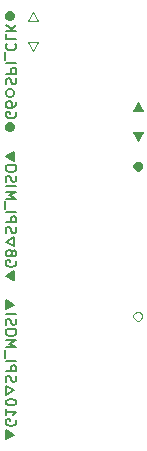
<source format=gbr>
%TF.GenerationSoftware,KiCad,Pcbnew,8.0.9-1.fc41*%
%TF.CreationDate,2025-08-14T11:22:58-07:00*%
%TF.ProjectId,adapter,61646170-7465-4722-9e6b-696361645f70,1.0*%
%TF.SameCoordinates,Original*%
%TF.FileFunction,Legend,Bot*%
%TF.FilePolarity,Positive*%
%FSLAX46Y46*%
G04 Gerber Fmt 4.6, Leading zero omitted, Abs format (unit mm)*
G04 Created by KiCad (PCBNEW 8.0.9-1.fc41) date 2025-08-14 11:22:58*
%MOMM*%
%LPD*%
G01*
G04 APERTURE LIST*
%ADD10C,0.100000*%
%ADD11C,0.200000*%
G04 APERTURE END LIST*
D10*
X139605000Y-110217419D02*
X139176429Y-109455514D01*
X139176429Y-109455514D02*
X140033572Y-109455514D01*
X140033572Y-109455514D02*
X139605000Y-110217419D01*
X139605000Y-106915514D02*
X140033572Y-107677419D01*
X140033572Y-107677419D02*
X139176429Y-107677419D01*
X139176429Y-107677419D02*
X139605000Y-106915514D01*
X148399762Y-132315514D02*
X148590238Y-132315514D01*
X148590238Y-132315514D02*
X148780714Y-132410752D01*
X148780714Y-132410752D02*
X148875953Y-132601228D01*
X148875953Y-132601228D02*
X148875953Y-132791704D01*
X148875953Y-132791704D02*
X148780714Y-132982180D01*
X148780714Y-132982180D02*
X148590238Y-133077419D01*
X148590238Y-133077419D02*
X148399762Y-133077419D01*
X148399762Y-133077419D02*
X148209286Y-132982180D01*
X148209286Y-132982180D02*
X148114048Y-132791704D01*
X148114048Y-132791704D02*
X148114048Y-132601228D01*
X148114048Y-132601228D02*
X148209286Y-132410752D01*
X148209286Y-132410752D02*
X148399762Y-132315514D01*
X148161667Y-119805990D02*
X148161667Y-120186942D01*
X148209286Y-120234561D02*
X148399762Y-120377419D01*
X148209286Y-119758371D02*
X148399762Y-119615514D01*
X148209286Y-119710752D02*
X148209286Y-120282180D01*
X148256905Y-120282180D02*
X148256905Y-119710752D01*
X148304524Y-119663133D02*
X148304524Y-120329800D01*
X148352143Y-120329800D02*
X148352143Y-119663133D01*
X148399762Y-119615514D02*
X148399762Y-120377419D01*
X148447381Y-120377419D02*
X148447381Y-119615514D01*
X148495000Y-119615514D02*
X148495000Y-120377419D01*
X148542619Y-120377419D02*
X148542619Y-119615514D01*
X148590238Y-120377419D02*
X148780714Y-120234561D01*
X148590238Y-119615514D02*
X148590238Y-120377419D01*
X148590238Y-119615514D02*
X148780714Y-119758371D01*
X148637857Y-120329800D02*
X148637857Y-119663133D01*
X148685476Y-119663133D02*
X148685476Y-120329800D01*
X148733095Y-120282180D02*
X148733095Y-119710752D01*
X148780714Y-119710752D02*
X148780714Y-120282180D01*
X148828333Y-120186942D02*
X148828333Y-119805990D01*
X148399762Y-119615514D02*
X148590238Y-119615514D01*
X148590238Y-119615514D02*
X148780714Y-119710752D01*
X148780714Y-119710752D02*
X148875953Y-119901228D01*
X148875953Y-119901228D02*
X148875953Y-120091704D01*
X148875953Y-120091704D02*
X148780714Y-120282180D01*
X148780714Y-120282180D02*
X148590238Y-120377419D01*
X148590238Y-120377419D02*
X148399762Y-120377419D01*
X148399762Y-120377419D02*
X148209286Y-120282180D01*
X148209286Y-120282180D02*
X148114048Y-120091704D01*
X148114048Y-120091704D02*
X148114048Y-119901228D01*
X148114048Y-119901228D02*
X148209286Y-119710752D01*
X148209286Y-119710752D02*
X148399762Y-119615514D01*
X148875953Y-117123133D02*
X148875953Y-117075514D01*
X148828333Y-117218371D02*
X148828333Y-117075514D01*
X148780714Y-117313609D02*
X148780714Y-117075514D01*
X148733095Y-117408847D02*
X148733095Y-117075514D01*
X148685476Y-117456466D02*
X148685476Y-117075514D01*
X148637857Y-117551704D02*
X148637857Y-117075514D01*
X148590238Y-117646942D02*
X148590238Y-117075514D01*
X148542619Y-117742180D02*
X148542619Y-117075514D01*
X148495000Y-117837419D02*
X148495000Y-117075514D01*
X148447381Y-117742180D02*
X148447381Y-117075514D01*
X148399762Y-117646942D02*
X148399762Y-117075514D01*
X148352143Y-117551704D02*
X148352143Y-117075514D01*
X148304524Y-117456466D02*
X148304524Y-117075514D01*
X148256905Y-117408847D02*
X148256905Y-117075514D01*
X148209286Y-117313609D02*
X148209286Y-117075514D01*
X148161667Y-117218371D02*
X148161667Y-117075514D01*
X148114048Y-117075514D02*
X148495000Y-117789800D01*
X148495000Y-117789800D02*
X148875953Y-117075514D01*
X148114048Y-117123133D02*
X148114048Y-117075514D01*
X148495000Y-117837419D02*
X148066429Y-117075514D01*
X148066429Y-117075514D02*
X148923572Y-117075514D01*
X148923572Y-117075514D02*
X148495000Y-117837419D01*
D11*
X137336900Y-143064284D02*
X137294042Y-143064284D01*
X137422614Y-143021427D02*
X137294042Y-143021427D01*
X137508328Y-142978570D02*
X137294042Y-142978570D01*
X137594042Y-142935712D02*
X137294042Y-142935712D01*
X137636900Y-142892855D02*
X137294042Y-142892855D01*
X137722614Y-142849998D02*
X137294042Y-142849998D01*
X137808328Y-142807141D02*
X137294042Y-142807141D01*
X137894042Y-142764284D02*
X137294042Y-142764284D01*
X137979757Y-142721427D02*
X137294042Y-142721427D01*
X137894042Y-142678570D02*
X137294042Y-142678570D01*
X137808328Y-142635712D02*
X137294042Y-142635712D01*
X137722614Y-142592855D02*
X137294042Y-142592855D01*
X137636900Y-142549998D02*
X137294042Y-142549998D01*
X137594042Y-142507141D02*
X137294042Y-142507141D01*
X137508328Y-142464284D02*
X137294042Y-142464284D01*
X137422614Y-142421427D02*
X137294042Y-142421427D01*
X137294042Y-142378570D02*
X137936900Y-142721427D01*
X137936900Y-142721427D02*
X137294042Y-143064284D01*
X137336900Y-142378570D02*
X137294042Y-142378570D01*
X137979757Y-142721427D02*
X137294042Y-142335712D01*
X137294042Y-142335712D02*
X137294042Y-143107141D01*
X137294042Y-143107141D02*
X137979757Y-142721427D01*
X138151185Y-141478569D02*
X138194042Y-141564284D01*
X138194042Y-141564284D02*
X138194042Y-141692855D01*
X138194042Y-141692855D02*
X138151185Y-141821426D01*
X138151185Y-141821426D02*
X138065471Y-141907141D01*
X138065471Y-141907141D02*
X137979757Y-141949998D01*
X137979757Y-141949998D02*
X137808328Y-141992855D01*
X137808328Y-141992855D02*
X137679757Y-141992855D01*
X137679757Y-141992855D02*
X137508328Y-141949998D01*
X137508328Y-141949998D02*
X137422614Y-141907141D01*
X137422614Y-141907141D02*
X137336900Y-141821426D01*
X137336900Y-141821426D02*
X137294042Y-141692855D01*
X137294042Y-141692855D02*
X137294042Y-141607141D01*
X137294042Y-141607141D02*
X137336900Y-141478569D01*
X137336900Y-141478569D02*
X137379757Y-141435712D01*
X137379757Y-141435712D02*
X137679757Y-141435712D01*
X137679757Y-141435712D02*
X137679757Y-141607141D01*
X137294042Y-140578569D02*
X137294042Y-141092855D01*
X137294042Y-140835712D02*
X138194042Y-140835712D01*
X138194042Y-140835712D02*
X138065471Y-140921426D01*
X138065471Y-140921426D02*
X137979757Y-141007141D01*
X137979757Y-141007141D02*
X137936900Y-141092855D01*
X138194042Y-140021426D02*
X138194042Y-139935712D01*
X138194042Y-139935712D02*
X138151185Y-139849998D01*
X138151185Y-139849998D02*
X138108328Y-139807141D01*
X138108328Y-139807141D02*
X138022614Y-139764283D01*
X138022614Y-139764283D02*
X137851185Y-139721426D01*
X137851185Y-139721426D02*
X137636900Y-139721426D01*
X137636900Y-139721426D02*
X137465471Y-139764283D01*
X137465471Y-139764283D02*
X137379757Y-139807141D01*
X137379757Y-139807141D02*
X137336900Y-139849998D01*
X137336900Y-139849998D02*
X137294042Y-139935712D01*
X137294042Y-139935712D02*
X137294042Y-140021426D01*
X137294042Y-140021426D02*
X137336900Y-140107141D01*
X137336900Y-140107141D02*
X137379757Y-140149998D01*
X137379757Y-140149998D02*
X137465471Y-140192855D01*
X137465471Y-140192855D02*
X137636900Y-140235712D01*
X137636900Y-140235712D02*
X137851185Y-140235712D01*
X137851185Y-140235712D02*
X138022614Y-140192855D01*
X138022614Y-140192855D02*
X138108328Y-140149998D01*
X138108328Y-140149998D02*
X138151185Y-140107141D01*
X138151185Y-140107141D02*
X138194042Y-140021426D01*
X137979757Y-138992855D02*
X137294042Y-138607140D01*
X137294042Y-138607140D02*
X137294042Y-139378569D01*
X137294042Y-139378569D02*
X137979757Y-138992855D01*
X137336900Y-138264283D02*
X137294042Y-138135712D01*
X137294042Y-138135712D02*
X137294042Y-137921426D01*
X137294042Y-137921426D02*
X137336900Y-137835712D01*
X137336900Y-137835712D02*
X137379757Y-137792854D01*
X137379757Y-137792854D02*
X137465471Y-137749997D01*
X137465471Y-137749997D02*
X137551185Y-137749997D01*
X137551185Y-137749997D02*
X137636900Y-137792854D01*
X137636900Y-137792854D02*
X137679757Y-137835712D01*
X137679757Y-137835712D02*
X137722614Y-137921426D01*
X137722614Y-137921426D02*
X137765471Y-138092854D01*
X137765471Y-138092854D02*
X137808328Y-138178569D01*
X137808328Y-138178569D02*
X137851185Y-138221426D01*
X137851185Y-138221426D02*
X137936900Y-138264283D01*
X137936900Y-138264283D02*
X138022614Y-138264283D01*
X138022614Y-138264283D02*
X138108328Y-138221426D01*
X138108328Y-138221426D02*
X138151185Y-138178569D01*
X138151185Y-138178569D02*
X138194042Y-138092854D01*
X138194042Y-138092854D02*
X138194042Y-137878569D01*
X138194042Y-137878569D02*
X138151185Y-137749997D01*
X137294042Y-137364283D02*
X138194042Y-137364283D01*
X138194042Y-137364283D02*
X138194042Y-137021426D01*
X138194042Y-137021426D02*
X138151185Y-136935711D01*
X138151185Y-136935711D02*
X138108328Y-136892854D01*
X138108328Y-136892854D02*
X138022614Y-136849997D01*
X138022614Y-136849997D02*
X137894042Y-136849997D01*
X137894042Y-136849997D02*
X137808328Y-136892854D01*
X137808328Y-136892854D02*
X137765471Y-136935711D01*
X137765471Y-136935711D02*
X137722614Y-137021426D01*
X137722614Y-137021426D02*
X137722614Y-137364283D01*
X137294042Y-136464283D02*
X138194042Y-136464283D01*
X137208328Y-136249998D02*
X137208328Y-135564283D01*
X137294042Y-135349998D02*
X138194042Y-135349998D01*
X138194042Y-135349998D02*
X137551185Y-135049998D01*
X137551185Y-135049998D02*
X138194042Y-134749998D01*
X138194042Y-134749998D02*
X137294042Y-134749998D01*
X138194042Y-134149998D02*
X138194042Y-133978570D01*
X138194042Y-133978570D02*
X138151185Y-133892855D01*
X138151185Y-133892855D02*
X138065471Y-133807141D01*
X138065471Y-133807141D02*
X137894042Y-133764284D01*
X137894042Y-133764284D02*
X137594042Y-133764284D01*
X137594042Y-133764284D02*
X137422614Y-133807141D01*
X137422614Y-133807141D02*
X137336900Y-133892855D01*
X137336900Y-133892855D02*
X137294042Y-133978570D01*
X137294042Y-133978570D02*
X137294042Y-134149998D01*
X137294042Y-134149998D02*
X137336900Y-134235713D01*
X137336900Y-134235713D02*
X137422614Y-134321427D01*
X137422614Y-134321427D02*
X137594042Y-134364284D01*
X137594042Y-134364284D02*
X137894042Y-134364284D01*
X137894042Y-134364284D02*
X138065471Y-134321427D01*
X138065471Y-134321427D02*
X138151185Y-134235713D01*
X138151185Y-134235713D02*
X138194042Y-134149998D01*
X137336900Y-133421427D02*
X137294042Y-133292856D01*
X137294042Y-133292856D02*
X137294042Y-133078570D01*
X137294042Y-133078570D02*
X137336900Y-132992856D01*
X137336900Y-132992856D02*
X137379757Y-132949998D01*
X137379757Y-132949998D02*
X137465471Y-132907141D01*
X137465471Y-132907141D02*
X137551185Y-132907141D01*
X137551185Y-132907141D02*
X137636900Y-132949998D01*
X137636900Y-132949998D02*
X137679757Y-132992856D01*
X137679757Y-132992856D02*
X137722614Y-133078570D01*
X137722614Y-133078570D02*
X137765471Y-133249998D01*
X137765471Y-133249998D02*
X137808328Y-133335713D01*
X137808328Y-133335713D02*
X137851185Y-133378570D01*
X137851185Y-133378570D02*
X137936900Y-133421427D01*
X137936900Y-133421427D02*
X138022614Y-133421427D01*
X138022614Y-133421427D02*
X138108328Y-133378570D01*
X138108328Y-133378570D02*
X138151185Y-133335713D01*
X138151185Y-133335713D02*
X138194042Y-133249998D01*
X138194042Y-133249998D02*
X138194042Y-133035713D01*
X138194042Y-133035713D02*
X138151185Y-132907141D01*
X137294042Y-132521427D02*
X138194042Y-132521427D01*
X137336900Y-132092856D02*
X137294042Y-132092856D01*
X137422614Y-132049999D02*
X137294042Y-132049999D01*
X137508328Y-132007142D02*
X137294042Y-132007142D01*
X137594042Y-131964284D02*
X137294042Y-131964284D01*
X137636900Y-131921427D02*
X137294042Y-131921427D01*
X137722614Y-131878570D02*
X137294042Y-131878570D01*
X137808328Y-131835713D02*
X137294042Y-131835713D01*
X137894042Y-131792856D02*
X137294042Y-131792856D01*
X137979757Y-131749999D02*
X137294042Y-131749999D01*
X137894042Y-131707142D02*
X137294042Y-131707142D01*
X137808328Y-131664284D02*
X137294042Y-131664284D01*
X137722614Y-131621427D02*
X137294042Y-131621427D01*
X137636900Y-131578570D02*
X137294042Y-131578570D01*
X137594042Y-131535713D02*
X137294042Y-131535713D01*
X137508328Y-131492856D02*
X137294042Y-131492856D01*
X137422614Y-131449999D02*
X137294042Y-131449999D01*
X137294042Y-131407142D02*
X137936900Y-131749999D01*
X137936900Y-131749999D02*
X137294042Y-132092856D01*
X137336900Y-131407142D02*
X137294042Y-131407142D01*
X137979757Y-131749999D02*
X137294042Y-131364284D01*
X137294042Y-131364284D02*
X137294042Y-132135713D01*
X137294042Y-132135713D02*
X137979757Y-131749999D01*
X137936900Y-128921428D02*
X137979757Y-128921428D01*
X137851185Y-128964285D02*
X137979757Y-128964285D01*
X137765471Y-129007142D02*
X137979757Y-129007142D01*
X137679757Y-129049999D02*
X137979757Y-129049999D01*
X137636900Y-129092856D02*
X137979757Y-129092856D01*
X137551185Y-129135713D02*
X137979757Y-129135713D01*
X137465471Y-129178570D02*
X137979757Y-129178570D01*
X137379757Y-129221428D02*
X137979757Y-129221428D01*
X137294042Y-129264285D02*
X137979757Y-129264285D01*
X137379757Y-129307142D02*
X137979757Y-129307142D01*
X137465471Y-129349999D02*
X137979757Y-129349999D01*
X137551185Y-129392856D02*
X137979757Y-129392856D01*
X137636900Y-129435713D02*
X137979757Y-129435713D01*
X137679757Y-129478570D02*
X137979757Y-129478570D01*
X137765471Y-129521428D02*
X137979757Y-129521428D01*
X137851185Y-129564285D02*
X137979757Y-129564285D01*
X137979757Y-129607142D02*
X137336900Y-129264285D01*
X137336900Y-129264285D02*
X137979757Y-128921428D01*
X137936900Y-129607142D02*
X137979757Y-129607142D01*
X137294042Y-129264285D02*
X137979757Y-129649999D01*
X137979757Y-129649999D02*
X137979757Y-128878570D01*
X137979757Y-128878570D02*
X137294042Y-129264285D01*
X138151185Y-128021427D02*
X138194042Y-128107142D01*
X138194042Y-128107142D02*
X138194042Y-128235713D01*
X138194042Y-128235713D02*
X138151185Y-128364284D01*
X138151185Y-128364284D02*
X138065471Y-128449999D01*
X138065471Y-128449999D02*
X137979757Y-128492856D01*
X137979757Y-128492856D02*
X137808328Y-128535713D01*
X137808328Y-128535713D02*
X137679757Y-128535713D01*
X137679757Y-128535713D02*
X137508328Y-128492856D01*
X137508328Y-128492856D02*
X137422614Y-128449999D01*
X137422614Y-128449999D02*
X137336900Y-128364284D01*
X137336900Y-128364284D02*
X137294042Y-128235713D01*
X137294042Y-128235713D02*
X137294042Y-128149999D01*
X137294042Y-128149999D02*
X137336900Y-128021427D01*
X137336900Y-128021427D02*
X137379757Y-127978570D01*
X137379757Y-127978570D02*
X137679757Y-127978570D01*
X137679757Y-127978570D02*
X137679757Y-128149999D01*
X137808328Y-127464284D02*
X137851185Y-127549999D01*
X137851185Y-127549999D02*
X137894042Y-127592856D01*
X137894042Y-127592856D02*
X137979757Y-127635713D01*
X137979757Y-127635713D02*
X138022614Y-127635713D01*
X138022614Y-127635713D02*
X138108328Y-127592856D01*
X138108328Y-127592856D02*
X138151185Y-127549999D01*
X138151185Y-127549999D02*
X138194042Y-127464284D01*
X138194042Y-127464284D02*
X138194042Y-127292856D01*
X138194042Y-127292856D02*
X138151185Y-127207142D01*
X138151185Y-127207142D02*
X138108328Y-127164284D01*
X138108328Y-127164284D02*
X138022614Y-127121427D01*
X138022614Y-127121427D02*
X137979757Y-127121427D01*
X137979757Y-127121427D02*
X137894042Y-127164284D01*
X137894042Y-127164284D02*
X137851185Y-127207142D01*
X137851185Y-127207142D02*
X137808328Y-127292856D01*
X137808328Y-127292856D02*
X137808328Y-127464284D01*
X137808328Y-127464284D02*
X137765471Y-127549999D01*
X137765471Y-127549999D02*
X137722614Y-127592856D01*
X137722614Y-127592856D02*
X137636900Y-127635713D01*
X137636900Y-127635713D02*
X137465471Y-127635713D01*
X137465471Y-127635713D02*
X137379757Y-127592856D01*
X137379757Y-127592856D02*
X137336900Y-127549999D01*
X137336900Y-127549999D02*
X137294042Y-127464284D01*
X137294042Y-127464284D02*
X137294042Y-127292856D01*
X137294042Y-127292856D02*
X137336900Y-127207142D01*
X137336900Y-127207142D02*
X137379757Y-127164284D01*
X137379757Y-127164284D02*
X137465471Y-127121427D01*
X137465471Y-127121427D02*
X137636900Y-127121427D01*
X137636900Y-127121427D02*
X137722614Y-127164284D01*
X137722614Y-127164284D02*
X137765471Y-127207142D01*
X137765471Y-127207142D02*
X137808328Y-127292856D01*
X137294042Y-126392856D02*
X137979757Y-126778570D01*
X137979757Y-126778570D02*
X137979757Y-126007141D01*
X137979757Y-126007141D02*
X137294042Y-126392856D01*
X137336900Y-125664284D02*
X137294042Y-125535713D01*
X137294042Y-125535713D02*
X137294042Y-125321427D01*
X137294042Y-125321427D02*
X137336900Y-125235713D01*
X137336900Y-125235713D02*
X137379757Y-125192855D01*
X137379757Y-125192855D02*
X137465471Y-125149998D01*
X137465471Y-125149998D02*
X137551185Y-125149998D01*
X137551185Y-125149998D02*
X137636900Y-125192855D01*
X137636900Y-125192855D02*
X137679757Y-125235713D01*
X137679757Y-125235713D02*
X137722614Y-125321427D01*
X137722614Y-125321427D02*
X137765471Y-125492855D01*
X137765471Y-125492855D02*
X137808328Y-125578570D01*
X137808328Y-125578570D02*
X137851185Y-125621427D01*
X137851185Y-125621427D02*
X137936900Y-125664284D01*
X137936900Y-125664284D02*
X138022614Y-125664284D01*
X138022614Y-125664284D02*
X138108328Y-125621427D01*
X138108328Y-125621427D02*
X138151185Y-125578570D01*
X138151185Y-125578570D02*
X138194042Y-125492855D01*
X138194042Y-125492855D02*
X138194042Y-125278570D01*
X138194042Y-125278570D02*
X138151185Y-125149998D01*
X137294042Y-124764284D02*
X138194042Y-124764284D01*
X138194042Y-124764284D02*
X138194042Y-124421427D01*
X138194042Y-124421427D02*
X138151185Y-124335712D01*
X138151185Y-124335712D02*
X138108328Y-124292855D01*
X138108328Y-124292855D02*
X138022614Y-124249998D01*
X138022614Y-124249998D02*
X137894042Y-124249998D01*
X137894042Y-124249998D02*
X137808328Y-124292855D01*
X137808328Y-124292855D02*
X137765471Y-124335712D01*
X137765471Y-124335712D02*
X137722614Y-124421427D01*
X137722614Y-124421427D02*
X137722614Y-124764284D01*
X137294042Y-123864284D02*
X138194042Y-123864284D01*
X137208328Y-123649999D02*
X137208328Y-122964284D01*
X137294042Y-122749999D02*
X138194042Y-122749999D01*
X138194042Y-122749999D02*
X137551185Y-122449999D01*
X137551185Y-122449999D02*
X138194042Y-122149999D01*
X138194042Y-122149999D02*
X137294042Y-122149999D01*
X137294042Y-121721428D02*
X138194042Y-121721428D01*
X137336900Y-121335714D02*
X137294042Y-121207143D01*
X137294042Y-121207143D02*
X137294042Y-120992857D01*
X137294042Y-120992857D02*
X137336900Y-120907143D01*
X137336900Y-120907143D02*
X137379757Y-120864285D01*
X137379757Y-120864285D02*
X137465471Y-120821428D01*
X137465471Y-120821428D02*
X137551185Y-120821428D01*
X137551185Y-120821428D02*
X137636900Y-120864285D01*
X137636900Y-120864285D02*
X137679757Y-120907143D01*
X137679757Y-120907143D02*
X137722614Y-120992857D01*
X137722614Y-120992857D02*
X137765471Y-121164285D01*
X137765471Y-121164285D02*
X137808328Y-121250000D01*
X137808328Y-121250000D02*
X137851185Y-121292857D01*
X137851185Y-121292857D02*
X137936900Y-121335714D01*
X137936900Y-121335714D02*
X138022614Y-121335714D01*
X138022614Y-121335714D02*
X138108328Y-121292857D01*
X138108328Y-121292857D02*
X138151185Y-121250000D01*
X138151185Y-121250000D02*
X138194042Y-121164285D01*
X138194042Y-121164285D02*
X138194042Y-120950000D01*
X138194042Y-120950000D02*
X138151185Y-120821428D01*
X138194042Y-120264285D02*
X138194042Y-120092857D01*
X138194042Y-120092857D02*
X138151185Y-120007142D01*
X138151185Y-120007142D02*
X138065471Y-119921428D01*
X138065471Y-119921428D02*
X137894042Y-119878571D01*
X137894042Y-119878571D02*
X137594042Y-119878571D01*
X137594042Y-119878571D02*
X137422614Y-119921428D01*
X137422614Y-119921428D02*
X137336900Y-120007142D01*
X137336900Y-120007142D02*
X137294042Y-120092857D01*
X137294042Y-120092857D02*
X137294042Y-120264285D01*
X137294042Y-120264285D02*
X137336900Y-120350000D01*
X137336900Y-120350000D02*
X137422614Y-120435714D01*
X137422614Y-120435714D02*
X137594042Y-120478571D01*
X137594042Y-120478571D02*
X137894042Y-120478571D01*
X137894042Y-120478571D02*
X138065471Y-120435714D01*
X138065471Y-120435714D02*
X138151185Y-120350000D01*
X138151185Y-120350000D02*
X138194042Y-120264285D01*
X137936900Y-118807143D02*
X137979757Y-118807143D01*
X137851185Y-118850000D02*
X137979757Y-118850000D01*
X137765471Y-118892857D02*
X137979757Y-118892857D01*
X137679757Y-118935714D02*
X137979757Y-118935714D01*
X137636900Y-118978571D02*
X137979757Y-118978571D01*
X137551185Y-119021428D02*
X137979757Y-119021428D01*
X137465471Y-119064285D02*
X137979757Y-119064285D01*
X137379757Y-119107143D02*
X137979757Y-119107143D01*
X137294042Y-119150000D02*
X137979757Y-119150000D01*
X137379757Y-119192857D02*
X137979757Y-119192857D01*
X137465471Y-119235714D02*
X137979757Y-119235714D01*
X137551185Y-119278571D02*
X137979757Y-119278571D01*
X137636900Y-119321428D02*
X137979757Y-119321428D01*
X137679757Y-119364285D02*
X137979757Y-119364285D01*
X137765471Y-119407143D02*
X137979757Y-119407143D01*
X137851185Y-119450000D02*
X137979757Y-119450000D01*
X137979757Y-119492857D02*
X137336900Y-119150000D01*
X137336900Y-119150000D02*
X137979757Y-118807143D01*
X137936900Y-119492857D02*
X137979757Y-119492857D01*
X137294042Y-119150000D02*
X137979757Y-119535714D01*
X137979757Y-119535714D02*
X137979757Y-118764285D01*
X137979757Y-118764285D02*
X137294042Y-119150000D01*
X137808328Y-116964286D02*
X137465471Y-116964286D01*
X137422614Y-116921429D02*
X137294042Y-116750000D01*
X137851185Y-116921429D02*
X137979757Y-116750000D01*
X137894042Y-116921429D02*
X137379757Y-116921429D01*
X137379757Y-116878571D02*
X137894042Y-116878571D01*
X137936900Y-116835714D02*
X137336900Y-116835714D01*
X137336900Y-116792857D02*
X137936900Y-116792857D01*
X137979757Y-116750000D02*
X137294042Y-116750000D01*
X137294042Y-116707143D02*
X137979757Y-116707143D01*
X137979757Y-116664286D02*
X137294042Y-116664286D01*
X137294042Y-116621429D02*
X137979757Y-116621429D01*
X137294042Y-116578571D02*
X137422614Y-116407143D01*
X137979757Y-116578571D02*
X137294042Y-116578571D01*
X137979757Y-116578571D02*
X137851185Y-116407143D01*
X137336900Y-116535714D02*
X137936900Y-116535714D01*
X137936900Y-116492857D02*
X137336900Y-116492857D01*
X137379757Y-116450000D02*
X137894042Y-116450000D01*
X137894042Y-116407143D02*
X137379757Y-116407143D01*
X137465471Y-116364286D02*
X137808328Y-116364286D01*
X137979757Y-116750000D02*
X137979757Y-116578571D01*
X137979757Y-116578571D02*
X137894042Y-116407143D01*
X137894042Y-116407143D02*
X137722614Y-116321429D01*
X137722614Y-116321429D02*
X137551185Y-116321429D01*
X137551185Y-116321429D02*
X137379757Y-116407143D01*
X137379757Y-116407143D02*
X137294042Y-116578571D01*
X137294042Y-116578571D02*
X137294042Y-116750000D01*
X137294042Y-116750000D02*
X137379757Y-116921429D01*
X137379757Y-116921429D02*
X137551185Y-117007143D01*
X137551185Y-117007143D02*
X137722614Y-117007143D01*
X137722614Y-117007143D02*
X137894042Y-116921429D01*
X137894042Y-116921429D02*
X137979757Y-116750000D01*
X138151185Y-115421428D02*
X138194042Y-115507143D01*
X138194042Y-115507143D02*
X138194042Y-115635714D01*
X138194042Y-115635714D02*
X138151185Y-115764285D01*
X138151185Y-115764285D02*
X138065471Y-115850000D01*
X138065471Y-115850000D02*
X137979757Y-115892857D01*
X137979757Y-115892857D02*
X137808328Y-115935714D01*
X137808328Y-115935714D02*
X137679757Y-115935714D01*
X137679757Y-115935714D02*
X137508328Y-115892857D01*
X137508328Y-115892857D02*
X137422614Y-115850000D01*
X137422614Y-115850000D02*
X137336900Y-115764285D01*
X137336900Y-115764285D02*
X137294042Y-115635714D01*
X137294042Y-115635714D02*
X137294042Y-115550000D01*
X137294042Y-115550000D02*
X137336900Y-115421428D01*
X137336900Y-115421428D02*
X137379757Y-115378571D01*
X137379757Y-115378571D02*
X137679757Y-115378571D01*
X137679757Y-115378571D02*
X137679757Y-115550000D01*
X138194042Y-114607143D02*
X138194042Y-114778571D01*
X138194042Y-114778571D02*
X138151185Y-114864285D01*
X138151185Y-114864285D02*
X138108328Y-114907143D01*
X138108328Y-114907143D02*
X137979757Y-114992857D01*
X137979757Y-114992857D02*
X137808328Y-115035714D01*
X137808328Y-115035714D02*
X137465471Y-115035714D01*
X137465471Y-115035714D02*
X137379757Y-114992857D01*
X137379757Y-114992857D02*
X137336900Y-114950000D01*
X137336900Y-114950000D02*
X137294042Y-114864285D01*
X137294042Y-114864285D02*
X137294042Y-114692857D01*
X137294042Y-114692857D02*
X137336900Y-114607143D01*
X137336900Y-114607143D02*
X137379757Y-114564285D01*
X137379757Y-114564285D02*
X137465471Y-114521428D01*
X137465471Y-114521428D02*
X137679757Y-114521428D01*
X137679757Y-114521428D02*
X137765471Y-114564285D01*
X137765471Y-114564285D02*
X137808328Y-114607143D01*
X137808328Y-114607143D02*
X137851185Y-114692857D01*
X137851185Y-114692857D02*
X137851185Y-114864285D01*
X137851185Y-114864285D02*
X137808328Y-114950000D01*
X137808328Y-114950000D02*
X137765471Y-114992857D01*
X137765471Y-114992857D02*
X137679757Y-115035714D01*
X137979757Y-113878571D02*
X137979757Y-113707142D01*
X137979757Y-113707142D02*
X137894042Y-113535714D01*
X137894042Y-113535714D02*
X137722614Y-113450000D01*
X137722614Y-113450000D02*
X137551185Y-113450000D01*
X137551185Y-113450000D02*
X137379757Y-113535714D01*
X137379757Y-113535714D02*
X137294042Y-113707142D01*
X137294042Y-113707142D02*
X137294042Y-113878571D01*
X137294042Y-113878571D02*
X137379757Y-114050000D01*
X137379757Y-114050000D02*
X137551185Y-114135714D01*
X137551185Y-114135714D02*
X137722614Y-114135714D01*
X137722614Y-114135714D02*
X137894042Y-114050000D01*
X137894042Y-114050000D02*
X137979757Y-113878571D01*
X137336900Y-113064285D02*
X137294042Y-112935714D01*
X137294042Y-112935714D02*
X137294042Y-112721428D01*
X137294042Y-112721428D02*
X137336900Y-112635714D01*
X137336900Y-112635714D02*
X137379757Y-112592856D01*
X137379757Y-112592856D02*
X137465471Y-112549999D01*
X137465471Y-112549999D02*
X137551185Y-112549999D01*
X137551185Y-112549999D02*
X137636900Y-112592856D01*
X137636900Y-112592856D02*
X137679757Y-112635714D01*
X137679757Y-112635714D02*
X137722614Y-112721428D01*
X137722614Y-112721428D02*
X137765471Y-112892856D01*
X137765471Y-112892856D02*
X137808328Y-112978571D01*
X137808328Y-112978571D02*
X137851185Y-113021428D01*
X137851185Y-113021428D02*
X137936900Y-113064285D01*
X137936900Y-113064285D02*
X138022614Y-113064285D01*
X138022614Y-113064285D02*
X138108328Y-113021428D01*
X138108328Y-113021428D02*
X138151185Y-112978571D01*
X138151185Y-112978571D02*
X138194042Y-112892856D01*
X138194042Y-112892856D02*
X138194042Y-112678571D01*
X138194042Y-112678571D02*
X138151185Y-112549999D01*
X137294042Y-112164285D02*
X138194042Y-112164285D01*
X138194042Y-112164285D02*
X138194042Y-111821428D01*
X138194042Y-111821428D02*
X138151185Y-111735713D01*
X138151185Y-111735713D02*
X138108328Y-111692856D01*
X138108328Y-111692856D02*
X138022614Y-111649999D01*
X138022614Y-111649999D02*
X137894042Y-111649999D01*
X137894042Y-111649999D02*
X137808328Y-111692856D01*
X137808328Y-111692856D02*
X137765471Y-111735713D01*
X137765471Y-111735713D02*
X137722614Y-111821428D01*
X137722614Y-111821428D02*
X137722614Y-112164285D01*
X137294042Y-111264285D02*
X138194042Y-111264285D01*
X137208328Y-111050000D02*
X137208328Y-110364285D01*
X137379757Y-109635714D02*
X137336900Y-109678571D01*
X137336900Y-109678571D02*
X137294042Y-109807143D01*
X137294042Y-109807143D02*
X137294042Y-109892857D01*
X137294042Y-109892857D02*
X137336900Y-110021428D01*
X137336900Y-110021428D02*
X137422614Y-110107143D01*
X137422614Y-110107143D02*
X137508328Y-110150000D01*
X137508328Y-110150000D02*
X137679757Y-110192857D01*
X137679757Y-110192857D02*
X137808328Y-110192857D01*
X137808328Y-110192857D02*
X137979757Y-110150000D01*
X137979757Y-110150000D02*
X138065471Y-110107143D01*
X138065471Y-110107143D02*
X138151185Y-110021428D01*
X138151185Y-110021428D02*
X138194042Y-109892857D01*
X138194042Y-109892857D02*
X138194042Y-109807143D01*
X138194042Y-109807143D02*
X138151185Y-109678571D01*
X138151185Y-109678571D02*
X138108328Y-109635714D01*
X137294042Y-108821428D02*
X137294042Y-109250000D01*
X137294042Y-109250000D02*
X138194042Y-109250000D01*
X137294042Y-108521429D02*
X138194042Y-108521429D01*
X137294042Y-108007143D02*
X137808328Y-108392857D01*
X138194042Y-108007143D02*
X137679757Y-108521429D01*
X137808328Y-107578572D02*
X137465471Y-107578572D01*
X137422614Y-107535715D02*
X137294042Y-107364286D01*
X137851185Y-107535715D02*
X137979757Y-107364286D01*
X137894042Y-107535715D02*
X137379757Y-107535715D01*
X137379757Y-107492857D02*
X137894042Y-107492857D01*
X137936900Y-107450000D02*
X137336900Y-107450000D01*
X137336900Y-107407143D02*
X137936900Y-107407143D01*
X137979757Y-107364286D02*
X137294042Y-107364286D01*
X137294042Y-107321429D02*
X137979757Y-107321429D01*
X137979757Y-107278572D02*
X137294042Y-107278572D01*
X137294042Y-107235715D02*
X137979757Y-107235715D01*
X137294042Y-107192857D02*
X137422614Y-107021429D01*
X137979757Y-107192857D02*
X137294042Y-107192857D01*
X137979757Y-107192857D02*
X137851185Y-107021429D01*
X137336900Y-107150000D02*
X137936900Y-107150000D01*
X137936900Y-107107143D02*
X137336900Y-107107143D01*
X137379757Y-107064286D02*
X137894042Y-107064286D01*
X137894042Y-107021429D02*
X137379757Y-107021429D01*
X137465471Y-106978572D02*
X137808328Y-106978572D01*
X137979757Y-107364286D02*
X137979757Y-107192857D01*
X137979757Y-107192857D02*
X137894042Y-107021429D01*
X137894042Y-107021429D02*
X137722614Y-106935715D01*
X137722614Y-106935715D02*
X137551185Y-106935715D01*
X137551185Y-106935715D02*
X137379757Y-107021429D01*
X137379757Y-107021429D02*
X137294042Y-107192857D01*
X137294042Y-107192857D02*
X137294042Y-107364286D01*
X137294042Y-107364286D02*
X137379757Y-107535715D01*
X137379757Y-107535715D02*
X137551185Y-107621429D01*
X137551185Y-107621429D02*
X137722614Y-107621429D01*
X137722614Y-107621429D02*
X137894042Y-107535715D01*
X137894042Y-107535715D02*
X137979757Y-107364286D01*
D10*
X148114048Y-115249800D02*
X148114048Y-115297419D01*
X148161667Y-115154561D02*
X148161667Y-115297419D01*
X148209286Y-115059323D02*
X148209286Y-115297419D01*
X148256905Y-114964085D02*
X148256905Y-115297419D01*
X148304524Y-114916466D02*
X148304524Y-115297419D01*
X148352143Y-114821228D02*
X148352143Y-115297419D01*
X148399762Y-114725990D02*
X148399762Y-115297419D01*
X148447381Y-114630752D02*
X148447381Y-115297419D01*
X148495000Y-114535514D02*
X148495000Y-115297419D01*
X148542619Y-114630752D02*
X148542619Y-115297419D01*
X148590238Y-114725990D02*
X148590238Y-115297419D01*
X148637857Y-114821228D02*
X148637857Y-115297419D01*
X148685476Y-114916466D02*
X148685476Y-115297419D01*
X148733095Y-114964085D02*
X148733095Y-115297419D01*
X148780714Y-115059323D02*
X148780714Y-115297419D01*
X148828333Y-115154561D02*
X148828333Y-115297419D01*
X148875953Y-115297419D02*
X148495000Y-114583133D01*
X148495000Y-114583133D02*
X148114048Y-115297419D01*
X148875953Y-115249800D02*
X148875953Y-115297419D01*
X148495000Y-114535514D02*
X148923572Y-115297419D01*
X148923572Y-115297419D02*
X148066429Y-115297419D01*
X148066429Y-115297419D02*
X148495000Y-114535514D01*
M02*

</source>
